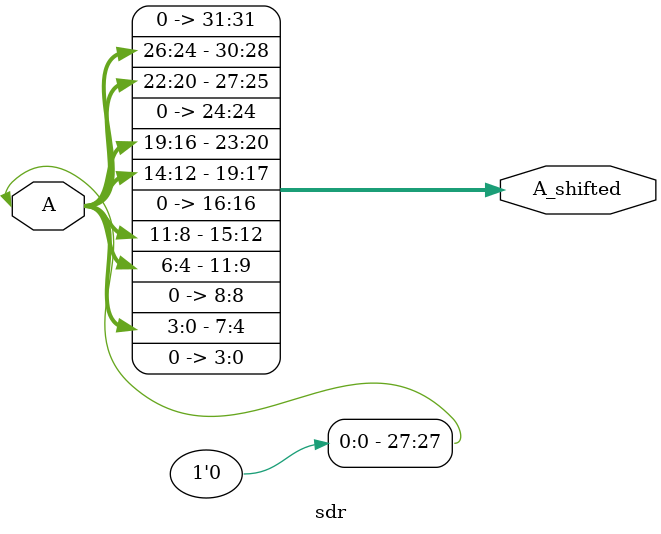
<source format=v>
module sdr(
    output[31:0] A_shifted,
    input[31:0] A
);
// Set the top border
assign A_shifted[3:0] = 4'b0;
// Set left border
assign A_shifted[8] = 1'b0;
assign A_shifted[16] = 1'b0;
assign A_shifted[24] = 1'b0;
assign A_shifted[31] = 1'b0;

// Set the rest
assign A_shifted[7:4] = A[3:0];
assign A_shifted[11:9] = A[6:4];

assign A_shifted[15:12] = A[11:8];
assign A_shifted[19:17] = A[14:12];

assign A_shifted[23:20] = A[19:16];
assign A_shifted[27:25] = A[22:20];

assign A_shifted[31:28] = A[27:24];
endmodule
</source>
